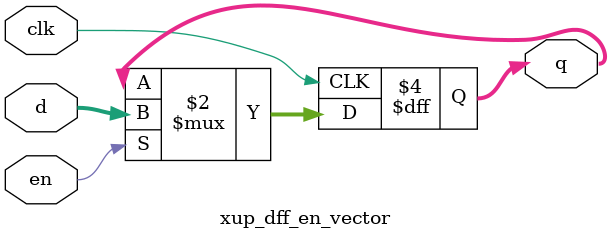
<source format=v>
`timescale 1ns / 1ps
module xup_dff_en_vector #(parameter SIZE = 4 , DELAY = 3)(
   input [SIZE-1:0] d,
   input clk,
   input en,
   output [SIZE-1:0] q
   );
   
   reg [SIZE-1:0] q;
   always @(posedge clk)
   begin 
       if(en)
           q <= #DELAY d;
   end
endmodule

</source>
